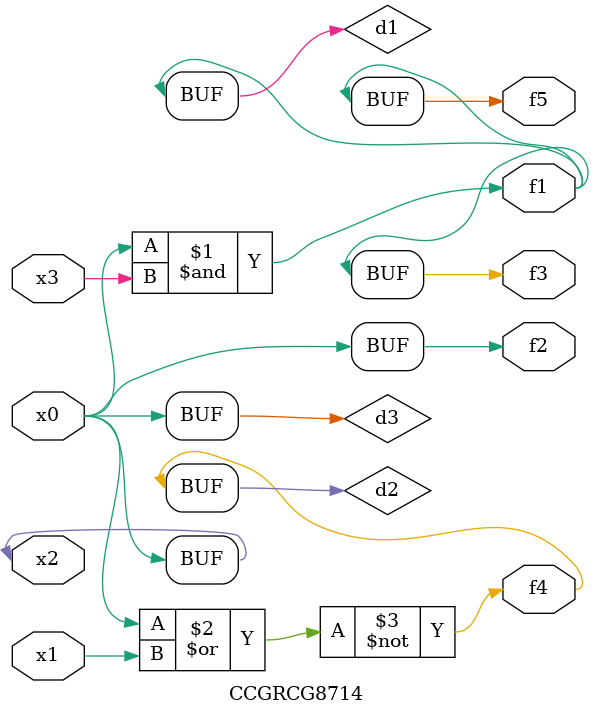
<source format=v>
module CCGRCG8714(
	input x0, x1, x2, x3,
	output f1, f2, f3, f4, f5
);

	wire d1, d2, d3;

	and (d1, x2, x3);
	nor (d2, x0, x1);
	buf (d3, x0, x2);
	assign f1 = d1;
	assign f2 = d3;
	assign f3 = d1;
	assign f4 = d2;
	assign f5 = d1;
endmodule

</source>
